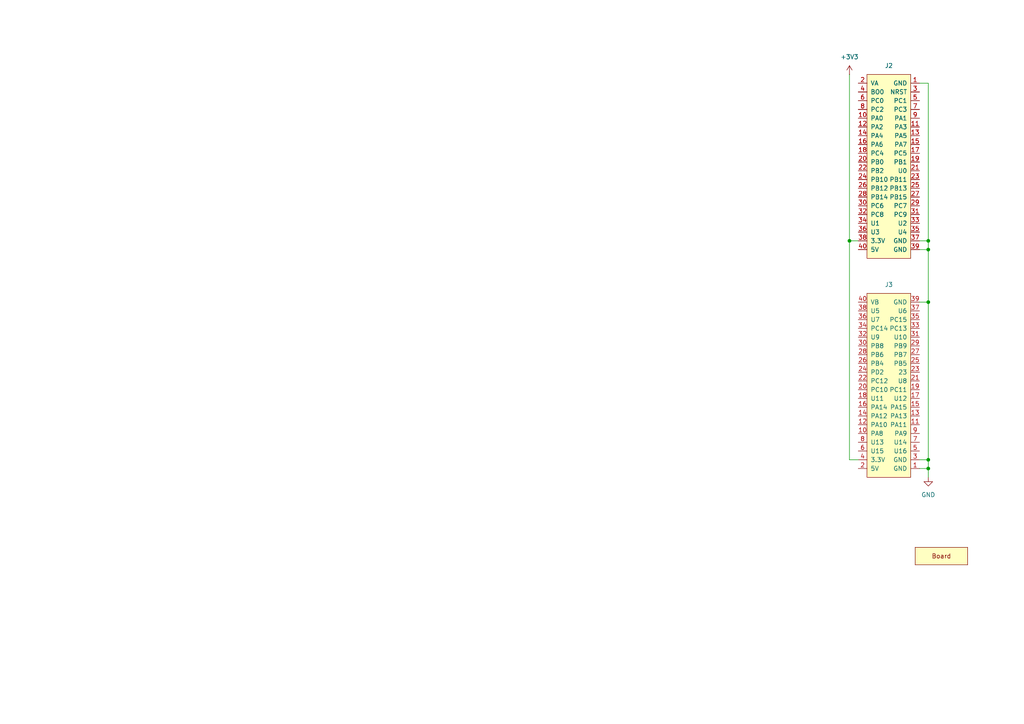
<source format=kicad_sch>
(kicad_sch (version 20231120) (generator "eeschema") (generator_version "8.0")
  (paper "A4")
  (title_block (title "${TITLE}") (rev "${REVISION}") (company "${COMPANY}") (comment 1 "${URL}") (comment 2 "${AUTHOR}") (comment 3 "${AUTHOR_EMAIL}"))
  (lib_symbols
    (symbol "power:+3V3" (power) (pin_numbers hide) (pin_names (offset 0) hide)
      (property "Value" "+3V3" (at 0 3.556 0))
      (symbol "+3V3_0_1"
        (polyline (pts (xy -0.762 1.27) (xy 0 2.54)))
        (polyline (pts (xy 0 0) (xy 0 2.54)))
        (polyline (pts (xy 0 2.54) (xy 0.762 1.27)))
      )
      (symbol "+3V3_1_1"
        (pin power_in line (at 0 0 90) (length 0) (name "~") (number "1"))
      )
    )
    (symbol "power:GND" (power) (pin_numbers hide) (pin_names (offset 0) hide)
      (property "Value" "GND" (at 0 -3.81 0))
      (symbol "GND_0_1"
        (polyline (pts (xy 0 0) (xy 0 -1.27) (xy 1.27 -1.27) (xy 0 -2.54) (xy -1.27 -1.27) (xy 0 -1.27)))
      )
      (symbol "GND_1_1"
        (pin power_in line (at 0 0 270) (length 0) (name "~") (number "1"))
      )
    )
    (symbol "stm32world:STM32WORLD_BOARD" (pin_names (offset 1.016))
      (property "Reference" "J" (at -6.35 3.81 0))
      (symbol "STM32WORLD_BOARD_0_0"
        (text "Board" (at 0 0 0) (effects (font (size 1.27 1.27))))
      )
      (symbol "STM32WORLD_BOARD_0_1"
        (rectangle (start -7.62 2.54) (end 7.62 -2.54) (stroke (width 0.1524)) (fill (type background)))
      )
    )
    (symbol "stm32world:STM32WORLD_CONNECTOR_1" (pin_names (offset 1.016))
      (property "Reference" "J" (at -6.35 27.94 0))
      (symbol "STM32WORLD_CONNECTOR_1_0_1"
        (rectangle (start -6.35 26.67) (end 6.35 -26.67) (fill (type background)))
      )
      (symbol "STM32WORLD_CONNECTOR_1_1_1"
        (pin passive line (at 8.89 24.13 180) (length 2.54) (name "GND") (number "1"))
        (pin passive line (at -8.89 13.97 0) (length 2.54) (name "PA0") (number "10"))
        (pin passive line (at 8.89 11.43 180) (length 2.54) (name "PA3") (number "11"))
        (pin passive line (at -8.89 11.43 0) (length 2.54) (name "PA2") (number "12"))
        (pin passive line (at 8.89 8.89 180) (length 2.54) (name "PA5") (number "13"))
        (pin passive line (at -8.89 8.89 0) (length 2.54) (name "PA4") (number "14"))
        (pin passive line (at 8.89 6.35 180) (length 2.54) (name "PA7") (number "15"))
        (pin passive line (at -8.89 6.35 0) (length 2.54) (name "PA6") (number "16"))
        (pin passive line (at 8.89 3.81 180) (length 2.54) (name "PC5") (number "17"))
        (pin passive line (at -8.89 3.81 0) (length 2.54) (name "PC4") (number "18"))
        (pin passive line (at 8.89 1.27 180) (length 2.54) (name "PB1") (number "19"))
        (pin passive line (at -8.89 24.13 0) (length 2.54) (name "VA") (number "2"))
        (pin passive line (at -8.89 1.27 0) (length 2.54) (name "PB0") (number "20"))
        (pin passive line (at 8.89 -1.27 180) (length 2.54) (name "U0") (number "21"))
        (pin passive line (at -8.89 -1.27 0) (length 2.54) (name "PB2") (number "22"))
        (pin passive line (at 8.89 -3.81 180) (length 2.54) (name "PB11") (number "23"))
        (pin passive line (at -8.89 -3.81 0) (length 2.54) (name "PB10") (number "24"))
        (pin passive line (at 8.89 -6.35 180) (length 2.54) (name "PB13") (number "25"))
        (pin passive line (at -8.89 -6.35 0) (length 2.54) (name "PB12") (number "26"))
        (pin passive line (at 8.89 -8.89 180) (length 2.54) (name "PB15") (number "27"))
        (pin passive line (at -8.89 -8.89 0) (length 2.54) (name "PB14") (number "28"))
        (pin passive line (at 8.89 -11.43 180) (length 2.54) (name "PC7") (number "29"))
        (pin passive line (at 8.89 21.59 180) (length 2.54) (name "NRST") (number "3"))
        (pin passive line (at -8.89 -11.43 0) (length 2.54) (name "PC6") (number "30"))
        (pin passive line (at 8.89 -13.97 180) (length 2.54) (name "PC9") (number "31"))
        (pin passive line (at -8.89 -13.97 0) (length 2.54) (name "PC8") (number "32"))
        (pin passive line (at 8.89 -16.51 180) (length 2.54) (name "U2") (number "33"))
        (pin passive line (at -8.89 -16.51 0) (length 2.54) (name "U1") (number "34"))
        (pin passive line (at 8.89 -19.05 180) (length 2.54) (name "U4") (number "35"))
        (pin passive line (at -8.89 -19.05 0) (length 2.54) (name "U3") (number "36"))
        (pin passive line (at 8.89 -21.59 180) (length 2.54) (name "GND") (number "37"))
        (pin passive line (at -8.89 -21.59 0) (length 2.54) (name "3.3V") (number "38"))
        (pin passive line (at 8.89 -24.13 180) (length 2.54) (name "GND") (number "39"))
        (pin passive line (at -8.89 21.59 0) (length 2.54) (name "BO0") (number "4"))
        (pin passive line (at -8.89 -24.13 0) (length 2.54) (name "5V") (number "40"))
        (pin passive line (at 8.89 19.05 180) (length 2.54) (name "PC1") (number "5"))
        (pin passive line (at -8.89 19.05 0) (length 2.54) (name "PC0") (number "6"))
        (pin passive line (at 8.89 16.51 180) (length 2.54) (name "PC3") (number "7"))
        (pin passive line (at -8.89 16.51 0) (length 2.54) (name "PC2") (number "8"))
        (pin passive line (at 8.89 13.97 180) (length 2.54) (name "PA1") (number "9"))
      )
    )
    (symbol "stm32world:STM32WORLD_CONNECTOR_2" (pin_names (offset 1.016))
      (property "Reference" "J" (at -5.08 27.94 0))
      (symbol "STM32WORLD_CONNECTOR_2_0_1"
        (rectangle (start 6.35 26.67) (end -6.35 -26.67) (fill (type background)))
      )
      (symbol "STM32WORLD_CONNECTOR_2_1_1"
        (pin passive line (at 8.89 -24.13 180) (length 2.54) (name "GND") (number "1"))
        (pin passive line (at -8.89 -13.97 0) (length 2.54) (name "PA8") (number "10"))
        (pin passive line (at 8.89 -11.43 180) (length 2.54) (name "PA11") (number "11"))
        (pin passive line (at -8.89 -11.43 0) (length 2.54) (name "PA10") (number "12"))
        (pin passive line (at 8.89 -8.89 180) (length 2.54) (name "PA13") (number "13"))
        (pin passive line (at -8.89 -8.89 0) (length 2.54) (name "PA12") (number "14"))
        (pin passive line (at 8.89 -6.35 180) (length 2.54) (name "PA15") (number "15"))
        (pin passive line (at -8.89 -6.35 0) (length 2.54) (name "PA14") (number "16"))
        (pin passive line (at 8.89 -3.81 180) (length 2.54) (name "U12") (number "17"))
        (pin passive line (at -8.89 -3.81 0) (length 2.54) (name "U11") (number "18"))
        (pin passive line (at 8.89 -1.27 180) (length 2.54) (name "PC11") (number "19"))
        (pin passive line (at -8.89 -24.13 0) (length 2.54) (name "5V") (number "2"))
        (pin passive line (at -8.89 -1.27 0) (length 2.54) (name "PC10") (number "20"))
        (pin passive line (at 8.89 1.27 180) (length 2.54) (name "U8") (number "21"))
        (pin passive line (at -8.89 1.27 0) (length 2.54) (name "PC12") (number "22"))
        (pin passive line (at 8.89 3.81 180) (length 2.54) (name "23") (number "23"))
        (pin passive line (at -8.89 3.81 0) (length 2.54) (name "PD2") (number "24"))
        (pin passive line (at 8.89 6.35 180) (length 2.54) (name "PB5") (number "25"))
        (pin passive line (at -8.89 6.35 0) (length 2.54) (name "PB4") (number "26"))
        (pin passive line (at 8.89 8.89 180) (length 2.54) (name "PB7") (number "27"))
        (pin passive line (at -8.89 8.89 0) (length 2.54) (name "PB6") (number "28"))
        (pin passive line (at 8.89 11.43 180) (length 2.54) (name "PB9") (number "29"))
        (pin passive line (at 8.89 -21.59 180) (length 2.54) (name "GND") (number "3"))
        (pin passive line (at -8.89 11.43 0) (length 2.54) (name "PB8") (number "30"))
        (pin passive line (at 8.89 13.97 180) (length 2.54) (name "U10") (number "31"))
        (pin passive line (at -8.89 13.97 0) (length 2.54) (name "U9") (number "32"))
        (pin passive line (at 8.89 16.51 180) (length 2.54) (name "PC13") (number "33"))
        (pin passive line (at -8.89 16.51 0) (length 2.54) (name "PC14") (number "34"))
        (pin passive line (at 8.89 19.05 180) (length 2.54) (name "PC15") (number "35"))
        (pin passive line (at -8.89 19.05 0) (length 2.54) (name "U7") (number "36"))
        (pin passive line (at 8.89 21.59 180) (length 2.54) (name "U6") (number "37"))
        (pin passive line (at -8.89 21.59 0) (length 2.54) (name "U5") (number "38"))
        (pin passive line (at 8.89 24.13 180) (length 2.54) (name "GND") (number "39"))
        (pin passive line (at -8.89 -21.59 0) (length 2.54) (name "3.3V") (number "4"))
        (pin passive line (at -8.89 24.13 0) (length 2.54) (name "VB") (number "40"))
        (pin passive line (at 8.89 -19.05 180) (length 2.54) (name "U16") (number "5"))
        (pin passive line (at -8.89 -19.05 0) (length 2.54) (name "U15") (number "6"))
        (pin passive line (at 8.89 -16.51 180) (length 2.54) (name "U14") (number "7"))
        (pin passive line (at -8.89 -16.51 0) (length 2.54) (name "U13") (number "8"))
        (pin passive line (at 8.89 -13.97 180) (length 2.54) (name "PA9") (number "9"))
      )
    )
  )
  (junction (at 269.24 87.63))
  (junction (at 269.24 135.89))
  (junction (at 269.24 72.39))
  (junction (at 269.24 133.35))
  (junction (at 246.38 69.85))
  (junction (at 269.24 69.85))
  (wire (pts (xy 269.24 69.85) (xy 269.24 24.13)))
  (wire (pts (xy 266.7 133.35) (xy 269.24 133.35)))
  (wire (pts (xy 246.38 133.35) (xy 248.92 133.35)))
  (wire (pts (xy 269.24 135.89) (xy 269.24 133.35)))
  (wire (pts (xy 269.24 24.13) (xy 266.7 24.13)))
  (wire (pts (xy 269.24 133.35) (xy 269.24 87.63)))
  (wire (pts (xy 269.24 72.39) (xy 269.24 69.85)))
  (wire (pts (xy 266.7 69.85) (xy 269.24 69.85)))
  (wire (pts (xy 266.7 135.89) (xy 269.24 135.89)))
  (wire (pts (xy 246.38 21.59) (xy 246.38 69.85)))
  (wire (pts (xy 269.24 138.43) (xy 269.24 135.89)))
  (wire (pts (xy 246.38 69.85) (xy 246.38 133.35)))
  (wire (pts (xy 246.38 69.85) (xy 248.92 69.85)))
  (wire (pts (xy 266.7 87.63) (xy 269.24 87.63)))
  (wire (pts (xy 266.7 72.39) (xy 269.24 72.39)))
  (wire (pts (xy 269.24 87.63) (xy 269.24 72.39)))
  (symbol (lib_id "stm32world:STM32WORLD_BOARD") (at 273.05 161.29 0) (unit 1)
    (property "Reference" "J1" (effects (hide yes)))
    (property "Value" "STM32WORLD_BOARD" (effects (hide yes)))
    (property "Footprint" "stm32world:STM32WORLD_BOARD" (effects (hide yes)))
  )
  (symbol (lib_id "power:+3V3") (at 246.38 21.59 0) (unit 1)
    (property "Reference" "#PWR02" (effects (hide yes)))
    (property "Value" "+3V3" (at 246.38 16.51 0))
    (property "Description" "Power symbol creates a global label with name \"+3V3\"" (effects (hide yes)))
  )
  (symbol (lib_id "power:GND") (at 269.24 138.43 0) (unit 1)
    (property "Reference" "#PWR01" (effects (hide yes)))
    (property "Value" "GND" (at 269.24 143.51 0))
    (property "Description" "Power symbol creates a global label with name \"GND\" , ground" (effects (hide yes)))
  )
  (symbol (lib_id "stm32world:STM32WORLD_CONNECTOR_2") (at 257.81 111.76 0) (unit 1)
    (property "Reference" "J3" (at 257.81 82.55 0))
    (property "Value" "STM32WORLD_CONNECTOR_2" (effects (hide yes)))
    (property "Footprint" "stm32world:PinSocket_2x20_P2.54mm_Vertical_Stackable" (effects (hide yes)))
    (property "LCSC" "C35165" (effects (hide yes)))
  )
  (symbol (lib_id "stm32world:STM32WORLD_CONNECTOR_1") (at 257.81 48.26 0) (unit 1)
    (property "Reference" "J2" (at 257.81 19.05 0))
    (property "Value" "STM32WORLD_CONNECTOR_1" (effects (hide yes)))
    (property "Footprint" "stm32world:PinSocket_2x20_P2.54mm_Vertical_Stackable" (effects (hide yes)))
    (property "LCSC" "C35165" (effects (hide yes)))
  )
)
</source>
